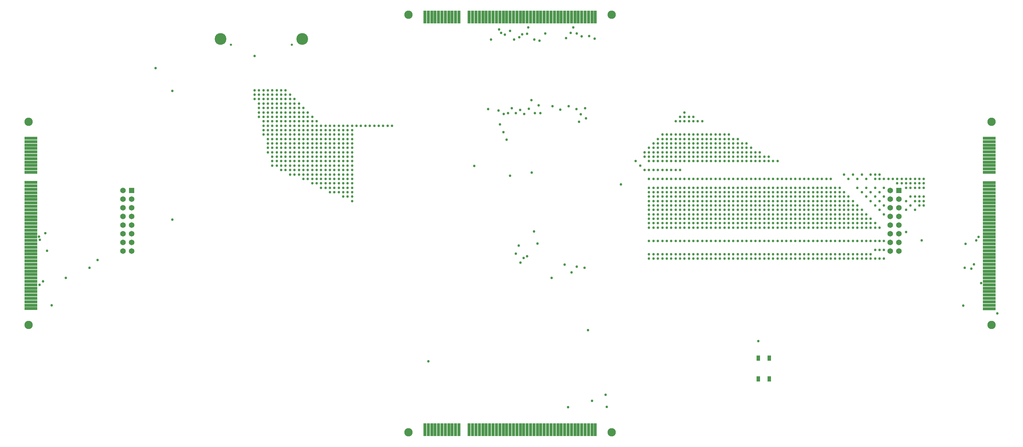
<source format=gts>
G04*
G04 #@! TF.GenerationSoftware,Altium Limited,Altium Designer,22.11.1 (43)*
G04*
G04 Layer_Color=8388736*
%FSLAX25Y25*%
%MOIN*%
G70*
G04*
G04 #@! TF.SameCoordinates,D8721490-EFAD-4B60-BC7D-2FE2E35DC6D6*
G04*
G04*
G04 #@! TF.FilePolarity,Negative*
G04*
G01*
G75*
%ADD14R,0.03937X0.05906*%
%ADD17R,0.14764X0.03347*%
%ADD18R,0.03347X0.14764*%
%ADD19C,0.09646*%
%ADD20C,0.02559*%
%ADD21C,0.13583*%
%ADD22C,0.06496*%
%ADD23R,0.06496X0.06496*%
%ADD24C,0.02953*%
D14*
X924267Y154500D02*
D03*
X911669D02*
D03*
X924267Y130500D02*
D03*
X911669D02*
D03*
D17*
X1178347Y408452D02*
D03*
Y404515D02*
D03*
Y400578D02*
D03*
Y396641D02*
D03*
Y392704D02*
D03*
Y388767D02*
D03*
Y384830D02*
D03*
Y380893D02*
D03*
Y376956D02*
D03*
Y373019D02*
D03*
Y369082D02*
D03*
Y357271D02*
D03*
Y353334D02*
D03*
Y349397D02*
D03*
Y345460D02*
D03*
Y341523D02*
D03*
Y337586D02*
D03*
Y333649D02*
D03*
Y329712D02*
D03*
Y325775D02*
D03*
Y321838D02*
D03*
Y317901D02*
D03*
Y313964D02*
D03*
Y310027D02*
D03*
Y306090D02*
D03*
Y302153D02*
D03*
Y298216D02*
D03*
Y294279D02*
D03*
Y290342D02*
D03*
Y286405D02*
D03*
Y282468D02*
D03*
Y278531D02*
D03*
Y274594D02*
D03*
Y270657D02*
D03*
Y266720D02*
D03*
Y262783D02*
D03*
Y258846D02*
D03*
Y254909D02*
D03*
Y250972D02*
D03*
Y247035D02*
D03*
Y243098D02*
D03*
Y239161D02*
D03*
Y235224D02*
D03*
Y231287D02*
D03*
Y227350D02*
D03*
Y223413D02*
D03*
Y219476D02*
D03*
Y215539D02*
D03*
Y211602D02*
D03*
X71654Y408477D02*
D03*
Y404540D02*
D03*
Y400603D02*
D03*
Y396666D02*
D03*
Y392729D02*
D03*
Y388792D02*
D03*
Y384855D02*
D03*
Y380918D02*
D03*
Y376981D02*
D03*
Y373044D02*
D03*
Y369107D02*
D03*
Y357296D02*
D03*
Y353359D02*
D03*
Y349422D02*
D03*
Y345485D02*
D03*
Y341548D02*
D03*
Y337611D02*
D03*
Y333674D02*
D03*
Y329737D02*
D03*
Y325800D02*
D03*
Y321863D02*
D03*
Y317926D02*
D03*
Y313989D02*
D03*
Y310052D02*
D03*
Y306115D02*
D03*
Y302178D02*
D03*
Y298241D02*
D03*
Y294304D02*
D03*
Y290367D02*
D03*
Y286430D02*
D03*
Y282493D02*
D03*
Y278556D02*
D03*
Y274619D02*
D03*
Y270682D02*
D03*
Y266745D02*
D03*
Y262808D02*
D03*
Y258871D02*
D03*
Y254934D02*
D03*
Y250997D02*
D03*
Y247060D02*
D03*
Y243123D02*
D03*
Y239186D02*
D03*
Y235249D02*
D03*
Y231312D02*
D03*
Y227375D02*
D03*
Y223438D02*
D03*
Y219501D02*
D03*
Y215564D02*
D03*
Y211627D02*
D03*
D18*
X526575Y71654D02*
D03*
X530512D02*
D03*
X534449D02*
D03*
X538386D02*
D03*
X542323D02*
D03*
X546260D02*
D03*
X550197D02*
D03*
X554134D02*
D03*
X558071D02*
D03*
X562008D02*
D03*
X565945D02*
D03*
X577756D02*
D03*
X581693D02*
D03*
X585630D02*
D03*
X589567D02*
D03*
X593504D02*
D03*
X597441D02*
D03*
X601378D02*
D03*
X605315D02*
D03*
X609252D02*
D03*
X613189D02*
D03*
X617126D02*
D03*
X621063D02*
D03*
X625000D02*
D03*
X628937D02*
D03*
X632874D02*
D03*
X636811D02*
D03*
X640748D02*
D03*
X644685D02*
D03*
X648622D02*
D03*
X652559D02*
D03*
X656496D02*
D03*
X660433D02*
D03*
X664370D02*
D03*
X668307D02*
D03*
X672244D02*
D03*
X676181D02*
D03*
X680118D02*
D03*
X684055D02*
D03*
X687992D02*
D03*
X691929D02*
D03*
X695866D02*
D03*
X699803D02*
D03*
X703740D02*
D03*
X707677D02*
D03*
X711614D02*
D03*
X715551D02*
D03*
X719488D02*
D03*
X723425D02*
D03*
Y548413D02*
D03*
X719488D02*
D03*
X715551D02*
D03*
X711614D02*
D03*
X707677D02*
D03*
X703740D02*
D03*
X699803D02*
D03*
X695866D02*
D03*
X691929D02*
D03*
X687992D02*
D03*
X684055D02*
D03*
X680118D02*
D03*
X676181D02*
D03*
X672244D02*
D03*
X668307D02*
D03*
X664370D02*
D03*
X660433D02*
D03*
X656496D02*
D03*
X652559D02*
D03*
X648622D02*
D03*
X644685D02*
D03*
X640748D02*
D03*
X636811D02*
D03*
X632874D02*
D03*
X628937D02*
D03*
X625000D02*
D03*
X621063D02*
D03*
X617126D02*
D03*
X613189D02*
D03*
X609252D02*
D03*
X605315D02*
D03*
X601378D02*
D03*
X597441D02*
D03*
X593504D02*
D03*
X589567D02*
D03*
X585630D02*
D03*
X581693D02*
D03*
X577756D02*
D03*
X565945D02*
D03*
X562008D02*
D03*
X558071D02*
D03*
X554134D02*
D03*
X550197D02*
D03*
X546260D02*
D03*
X542323D02*
D03*
X538386D02*
D03*
X534449D02*
D03*
X530512D02*
D03*
X526575D02*
D03*
D19*
X1181102Y427350D02*
D03*
Y192704D02*
D03*
X507677Y68898D02*
D03*
X742323D02*
D03*
X742323Y551169D02*
D03*
X507677D02*
D03*
X68898Y427375D02*
D03*
Y192729D02*
D03*
D20*
X372822Y516535D02*
D03*
X302743D02*
D03*
D21*
X384830Y523228D02*
D03*
X290736D02*
D03*
D22*
X178071Y277992D02*
D03*
X188071D02*
D03*
X178071Y287992D02*
D03*
X188071D02*
D03*
X178071Y297992D02*
D03*
X188071D02*
D03*
X178071Y307992D02*
D03*
X188071D02*
D03*
X178071Y317992D02*
D03*
X188071D02*
D03*
X178071Y327992D02*
D03*
X188071D02*
D03*
X178071Y337992D02*
D03*
X188071D02*
D03*
X178071Y347992D02*
D03*
X1063898Y277992D02*
D03*
X1073898D02*
D03*
X1063898Y287992D02*
D03*
X1073898D02*
D03*
X1063898Y297992D02*
D03*
X1073898D02*
D03*
X1063898Y307992D02*
D03*
X1073898D02*
D03*
X1063898Y317992D02*
D03*
X1073898D02*
D03*
X1063898Y327992D02*
D03*
X1073898D02*
D03*
X1063898Y337992D02*
D03*
X1073898D02*
D03*
X1063898Y347992D02*
D03*
D23*
X188071D02*
D03*
X1073898D02*
D03*
D24*
X1102769Y361483D02*
D03*
Y356364D02*
D03*
Y351246D02*
D03*
Y341010D02*
D03*
Y335892D02*
D03*
Y330774D02*
D03*
X1097651Y361483D02*
D03*
Y356364D02*
D03*
Y351246D02*
D03*
Y341010D02*
D03*
Y335892D02*
D03*
Y330774D02*
D03*
X1092533Y361483D02*
D03*
Y356364D02*
D03*
Y351246D02*
D03*
Y341010D02*
D03*
Y335892D02*
D03*
Y325656D02*
D03*
X1087414Y361483D02*
D03*
Y356364D02*
D03*
Y351246D02*
D03*
Y341010D02*
D03*
Y330774D02*
D03*
X1082296Y361483D02*
D03*
Y356364D02*
D03*
Y351246D02*
D03*
Y335892D02*
D03*
Y325656D02*
D03*
Y300065D02*
D03*
X1077178Y361483D02*
D03*
Y356364D02*
D03*
X1072060Y361483D02*
D03*
Y356364D02*
D03*
X1066942Y361483D02*
D03*
X1061824D02*
D03*
X1056706D02*
D03*
Y351246D02*
D03*
Y341010D02*
D03*
Y330774D02*
D03*
Y320538D02*
D03*
Y289829D02*
D03*
Y279593D02*
D03*
Y269357D02*
D03*
X1051588Y366601D02*
D03*
Y361483D02*
D03*
Y346128D02*
D03*
Y335892D02*
D03*
Y325656D02*
D03*
Y305183D02*
D03*
Y289829D02*
D03*
Y279593D02*
D03*
Y269357D02*
D03*
X1046470Y366601D02*
D03*
Y361483D02*
D03*
Y351246D02*
D03*
Y341010D02*
D03*
Y330774D02*
D03*
Y310301D02*
D03*
Y305183D02*
D03*
Y289829D02*
D03*
Y279593D02*
D03*
Y269357D02*
D03*
X1041352Y366601D02*
D03*
Y346128D02*
D03*
Y335892D02*
D03*
Y315420D02*
D03*
Y310301D02*
D03*
Y305183D02*
D03*
Y289829D02*
D03*
Y274475D02*
D03*
Y269357D02*
D03*
X1036233Y361483D02*
D03*
Y351246D02*
D03*
Y341010D02*
D03*
Y320538D02*
D03*
Y315420D02*
D03*
Y310301D02*
D03*
Y305183D02*
D03*
Y289829D02*
D03*
Y274475D02*
D03*
Y269357D02*
D03*
X1031115Y366601D02*
D03*
Y346128D02*
D03*
Y325656D02*
D03*
Y320538D02*
D03*
Y315420D02*
D03*
Y310301D02*
D03*
Y305183D02*
D03*
Y289829D02*
D03*
Y274475D02*
D03*
Y269357D02*
D03*
X1025997Y361483D02*
D03*
Y351246D02*
D03*
Y330774D02*
D03*
Y325656D02*
D03*
Y320538D02*
D03*
Y315420D02*
D03*
Y310301D02*
D03*
Y305183D02*
D03*
Y289829D02*
D03*
Y274475D02*
D03*
Y269357D02*
D03*
X1020879Y366601D02*
D03*
Y335892D02*
D03*
Y330774D02*
D03*
Y325656D02*
D03*
Y320538D02*
D03*
Y315420D02*
D03*
Y310301D02*
D03*
Y305183D02*
D03*
Y289829D02*
D03*
Y274475D02*
D03*
Y269357D02*
D03*
X1015761Y361483D02*
D03*
Y341010D02*
D03*
Y335892D02*
D03*
Y330774D02*
D03*
Y325656D02*
D03*
Y320538D02*
D03*
Y315420D02*
D03*
Y310301D02*
D03*
Y305183D02*
D03*
Y289829D02*
D03*
Y274475D02*
D03*
Y269357D02*
D03*
X1010643Y366601D02*
D03*
Y346128D02*
D03*
Y341010D02*
D03*
Y335892D02*
D03*
Y330774D02*
D03*
Y325656D02*
D03*
Y320538D02*
D03*
Y315420D02*
D03*
Y310301D02*
D03*
Y305183D02*
D03*
Y289829D02*
D03*
Y274475D02*
D03*
Y269357D02*
D03*
X1005525Y351246D02*
D03*
Y346128D02*
D03*
Y341010D02*
D03*
Y335892D02*
D03*
Y330774D02*
D03*
Y325656D02*
D03*
Y320538D02*
D03*
Y315420D02*
D03*
Y310301D02*
D03*
Y305183D02*
D03*
Y289829D02*
D03*
Y274475D02*
D03*
Y269357D02*
D03*
X1000407Y351246D02*
D03*
Y346128D02*
D03*
Y341010D02*
D03*
Y335892D02*
D03*
Y330774D02*
D03*
Y325656D02*
D03*
Y320538D02*
D03*
Y315420D02*
D03*
Y310301D02*
D03*
Y305183D02*
D03*
Y289829D02*
D03*
Y274475D02*
D03*
Y269357D02*
D03*
X995289Y361483D02*
D03*
Y351246D02*
D03*
Y346128D02*
D03*
Y341010D02*
D03*
Y335892D02*
D03*
Y330774D02*
D03*
Y325656D02*
D03*
Y320538D02*
D03*
Y315420D02*
D03*
Y310301D02*
D03*
Y305183D02*
D03*
Y289829D02*
D03*
Y274475D02*
D03*
Y269357D02*
D03*
X990170Y361483D02*
D03*
Y351246D02*
D03*
Y346128D02*
D03*
Y341010D02*
D03*
Y335892D02*
D03*
Y330774D02*
D03*
Y325656D02*
D03*
Y320538D02*
D03*
Y315420D02*
D03*
Y310301D02*
D03*
Y305183D02*
D03*
Y289829D02*
D03*
Y274475D02*
D03*
Y269357D02*
D03*
X985052Y361483D02*
D03*
Y351246D02*
D03*
Y346128D02*
D03*
Y341010D02*
D03*
Y335892D02*
D03*
Y330774D02*
D03*
Y325656D02*
D03*
Y320538D02*
D03*
Y315420D02*
D03*
Y310301D02*
D03*
Y305183D02*
D03*
Y289829D02*
D03*
Y274475D02*
D03*
Y269357D02*
D03*
X979934Y361483D02*
D03*
Y351246D02*
D03*
Y346128D02*
D03*
Y341010D02*
D03*
Y335892D02*
D03*
Y330774D02*
D03*
Y325656D02*
D03*
Y320538D02*
D03*
Y315420D02*
D03*
Y310301D02*
D03*
Y305183D02*
D03*
Y289829D02*
D03*
Y274475D02*
D03*
Y269357D02*
D03*
X974816Y361483D02*
D03*
Y351246D02*
D03*
Y346128D02*
D03*
Y341010D02*
D03*
Y335892D02*
D03*
Y330774D02*
D03*
Y325656D02*
D03*
Y320538D02*
D03*
Y315420D02*
D03*
Y310301D02*
D03*
Y305183D02*
D03*
Y289829D02*
D03*
Y274475D02*
D03*
Y269357D02*
D03*
X969698Y361483D02*
D03*
Y351246D02*
D03*
Y346128D02*
D03*
Y341010D02*
D03*
Y335892D02*
D03*
Y330774D02*
D03*
Y325656D02*
D03*
Y320538D02*
D03*
Y315420D02*
D03*
Y310301D02*
D03*
Y305183D02*
D03*
Y289829D02*
D03*
Y274475D02*
D03*
Y269357D02*
D03*
X964580Y361483D02*
D03*
Y351246D02*
D03*
Y346128D02*
D03*
Y341010D02*
D03*
Y335892D02*
D03*
Y330774D02*
D03*
Y325656D02*
D03*
Y320538D02*
D03*
Y315420D02*
D03*
Y310301D02*
D03*
Y305183D02*
D03*
Y289829D02*
D03*
Y274475D02*
D03*
Y269357D02*
D03*
X959462Y361483D02*
D03*
Y351246D02*
D03*
Y346128D02*
D03*
Y341010D02*
D03*
Y335892D02*
D03*
Y330774D02*
D03*
Y325656D02*
D03*
Y320538D02*
D03*
Y315420D02*
D03*
Y310301D02*
D03*
Y305183D02*
D03*
Y289829D02*
D03*
Y274475D02*
D03*
Y269357D02*
D03*
X954344Y361483D02*
D03*
Y351246D02*
D03*
Y346128D02*
D03*
Y341010D02*
D03*
Y335892D02*
D03*
Y330774D02*
D03*
Y325656D02*
D03*
Y320538D02*
D03*
Y315420D02*
D03*
Y310301D02*
D03*
Y305183D02*
D03*
Y289829D02*
D03*
Y274475D02*
D03*
Y269357D02*
D03*
X949226Y361483D02*
D03*
Y351246D02*
D03*
Y346128D02*
D03*
Y341010D02*
D03*
Y335892D02*
D03*
Y330774D02*
D03*
Y325656D02*
D03*
Y320538D02*
D03*
Y315420D02*
D03*
Y310301D02*
D03*
Y305183D02*
D03*
Y289829D02*
D03*
Y274475D02*
D03*
Y269357D02*
D03*
X944108Y361483D02*
D03*
Y351246D02*
D03*
Y346128D02*
D03*
Y341010D02*
D03*
Y335892D02*
D03*
Y330774D02*
D03*
Y325656D02*
D03*
Y320538D02*
D03*
Y315420D02*
D03*
Y310301D02*
D03*
Y305183D02*
D03*
Y289829D02*
D03*
Y274475D02*
D03*
Y269357D02*
D03*
X938989Y361483D02*
D03*
Y351246D02*
D03*
Y346128D02*
D03*
Y341010D02*
D03*
Y335892D02*
D03*
Y330774D02*
D03*
Y325656D02*
D03*
Y320538D02*
D03*
Y315420D02*
D03*
Y310301D02*
D03*
Y305183D02*
D03*
Y289829D02*
D03*
Y274475D02*
D03*
Y269357D02*
D03*
X933871Y381955D02*
D03*
Y361483D02*
D03*
Y351246D02*
D03*
Y346128D02*
D03*
Y341010D02*
D03*
Y335892D02*
D03*
Y330774D02*
D03*
Y325656D02*
D03*
Y320538D02*
D03*
Y315420D02*
D03*
Y310301D02*
D03*
Y305183D02*
D03*
Y289829D02*
D03*
Y274475D02*
D03*
Y269357D02*
D03*
X928753Y381955D02*
D03*
Y361483D02*
D03*
Y351246D02*
D03*
Y346128D02*
D03*
Y341010D02*
D03*
Y335892D02*
D03*
Y330774D02*
D03*
Y325656D02*
D03*
Y320538D02*
D03*
Y315420D02*
D03*
Y310301D02*
D03*
Y305183D02*
D03*
Y289829D02*
D03*
Y274475D02*
D03*
Y269357D02*
D03*
X923635Y387073D02*
D03*
Y381955D02*
D03*
Y361483D02*
D03*
Y351246D02*
D03*
Y346128D02*
D03*
Y341010D02*
D03*
Y335892D02*
D03*
Y330774D02*
D03*
Y325656D02*
D03*
Y320538D02*
D03*
Y315420D02*
D03*
Y310301D02*
D03*
Y305183D02*
D03*
Y289829D02*
D03*
Y274475D02*
D03*
Y269357D02*
D03*
X918517Y387073D02*
D03*
Y381955D02*
D03*
Y361483D02*
D03*
Y351246D02*
D03*
Y346128D02*
D03*
Y341010D02*
D03*
Y335892D02*
D03*
Y330774D02*
D03*
Y325656D02*
D03*
Y320538D02*
D03*
Y315420D02*
D03*
Y310301D02*
D03*
Y305183D02*
D03*
Y289829D02*
D03*
Y274475D02*
D03*
Y269357D02*
D03*
X913399Y392191D02*
D03*
Y387073D02*
D03*
Y381955D02*
D03*
Y361483D02*
D03*
Y351246D02*
D03*
Y346128D02*
D03*
Y341010D02*
D03*
Y335892D02*
D03*
Y330774D02*
D03*
Y325656D02*
D03*
Y320538D02*
D03*
Y315420D02*
D03*
Y310301D02*
D03*
Y305183D02*
D03*
Y289829D02*
D03*
Y274475D02*
D03*
Y269357D02*
D03*
X908281Y392191D02*
D03*
Y387073D02*
D03*
Y381955D02*
D03*
Y361483D02*
D03*
Y351246D02*
D03*
Y346128D02*
D03*
Y341010D02*
D03*
Y335892D02*
D03*
Y330774D02*
D03*
Y325656D02*
D03*
Y320538D02*
D03*
Y315420D02*
D03*
Y310301D02*
D03*
Y305183D02*
D03*
Y289829D02*
D03*
Y274475D02*
D03*
Y269357D02*
D03*
X903163Y397309D02*
D03*
Y392191D02*
D03*
Y387073D02*
D03*
Y381955D02*
D03*
Y361483D02*
D03*
Y351246D02*
D03*
Y346128D02*
D03*
Y341010D02*
D03*
Y335892D02*
D03*
Y330774D02*
D03*
Y325656D02*
D03*
Y320538D02*
D03*
Y315420D02*
D03*
Y310301D02*
D03*
Y305183D02*
D03*
Y289829D02*
D03*
Y274475D02*
D03*
Y269357D02*
D03*
X898044Y402427D02*
D03*
Y397309D02*
D03*
Y392191D02*
D03*
Y387073D02*
D03*
Y381955D02*
D03*
Y361483D02*
D03*
Y351246D02*
D03*
Y346128D02*
D03*
Y341010D02*
D03*
Y335892D02*
D03*
Y330774D02*
D03*
Y325656D02*
D03*
Y320538D02*
D03*
Y315420D02*
D03*
Y310301D02*
D03*
Y305183D02*
D03*
Y289829D02*
D03*
Y274475D02*
D03*
Y269357D02*
D03*
X892926Y402427D02*
D03*
Y397309D02*
D03*
Y392191D02*
D03*
Y387073D02*
D03*
Y381955D02*
D03*
Y361483D02*
D03*
Y351246D02*
D03*
Y346128D02*
D03*
Y341010D02*
D03*
Y335892D02*
D03*
Y330774D02*
D03*
Y325656D02*
D03*
Y320538D02*
D03*
Y315420D02*
D03*
Y310301D02*
D03*
Y305183D02*
D03*
Y289829D02*
D03*
Y274475D02*
D03*
Y269357D02*
D03*
X887808Y407546D02*
D03*
Y402427D02*
D03*
Y397309D02*
D03*
Y392191D02*
D03*
Y387073D02*
D03*
Y381955D02*
D03*
Y361483D02*
D03*
Y351246D02*
D03*
Y346128D02*
D03*
Y341010D02*
D03*
Y335892D02*
D03*
Y330774D02*
D03*
Y325656D02*
D03*
Y320538D02*
D03*
Y315420D02*
D03*
Y310301D02*
D03*
Y305183D02*
D03*
Y289829D02*
D03*
Y274475D02*
D03*
Y269357D02*
D03*
X882690Y407546D02*
D03*
Y402427D02*
D03*
Y397309D02*
D03*
Y392191D02*
D03*
Y387073D02*
D03*
Y381955D02*
D03*
Y361483D02*
D03*
Y351246D02*
D03*
Y346128D02*
D03*
Y341010D02*
D03*
Y335892D02*
D03*
Y330774D02*
D03*
Y325656D02*
D03*
Y320538D02*
D03*
Y315420D02*
D03*
Y310301D02*
D03*
Y305183D02*
D03*
Y289829D02*
D03*
Y274475D02*
D03*
Y269357D02*
D03*
X877572Y412664D02*
D03*
Y407546D02*
D03*
Y402427D02*
D03*
Y397309D02*
D03*
Y392191D02*
D03*
Y387073D02*
D03*
Y381955D02*
D03*
Y361483D02*
D03*
Y351246D02*
D03*
Y346128D02*
D03*
Y341010D02*
D03*
Y335892D02*
D03*
Y330774D02*
D03*
Y325656D02*
D03*
Y320538D02*
D03*
Y315420D02*
D03*
Y310301D02*
D03*
Y305183D02*
D03*
Y289829D02*
D03*
Y274475D02*
D03*
Y269357D02*
D03*
X872454Y412664D02*
D03*
Y407546D02*
D03*
Y402427D02*
D03*
Y397309D02*
D03*
Y392191D02*
D03*
Y387073D02*
D03*
Y381955D02*
D03*
Y361483D02*
D03*
Y351246D02*
D03*
Y346128D02*
D03*
Y341010D02*
D03*
Y335892D02*
D03*
Y330774D02*
D03*
Y325656D02*
D03*
Y320538D02*
D03*
Y315420D02*
D03*
Y310301D02*
D03*
Y305183D02*
D03*
Y289829D02*
D03*
Y274475D02*
D03*
Y269357D02*
D03*
X867336Y412664D02*
D03*
Y407546D02*
D03*
Y402427D02*
D03*
Y397309D02*
D03*
Y392191D02*
D03*
Y387073D02*
D03*
Y381955D02*
D03*
Y361483D02*
D03*
Y351246D02*
D03*
Y346128D02*
D03*
Y341010D02*
D03*
Y335892D02*
D03*
Y330774D02*
D03*
Y325656D02*
D03*
Y320538D02*
D03*
Y315420D02*
D03*
Y310301D02*
D03*
Y305183D02*
D03*
Y289829D02*
D03*
Y274475D02*
D03*
Y269357D02*
D03*
X862218Y412664D02*
D03*
Y407546D02*
D03*
Y402427D02*
D03*
Y397309D02*
D03*
Y392191D02*
D03*
Y387073D02*
D03*
Y381955D02*
D03*
Y361483D02*
D03*
Y351246D02*
D03*
Y346128D02*
D03*
Y341010D02*
D03*
Y335892D02*
D03*
Y330774D02*
D03*
Y325656D02*
D03*
Y320538D02*
D03*
Y315420D02*
D03*
Y310301D02*
D03*
Y305183D02*
D03*
Y289829D02*
D03*
Y274475D02*
D03*
Y269357D02*
D03*
X857100Y412664D02*
D03*
Y407546D02*
D03*
Y402427D02*
D03*
Y397309D02*
D03*
Y392191D02*
D03*
Y387073D02*
D03*
Y381955D02*
D03*
Y361483D02*
D03*
Y351246D02*
D03*
Y346128D02*
D03*
Y341010D02*
D03*
Y335892D02*
D03*
Y330774D02*
D03*
Y325656D02*
D03*
Y320538D02*
D03*
Y315420D02*
D03*
Y310301D02*
D03*
Y305183D02*
D03*
Y289829D02*
D03*
Y274475D02*
D03*
Y269357D02*
D03*
X851982Y412664D02*
D03*
Y407546D02*
D03*
Y402427D02*
D03*
Y397309D02*
D03*
Y392191D02*
D03*
Y387073D02*
D03*
Y381955D02*
D03*
Y361483D02*
D03*
Y351246D02*
D03*
Y346128D02*
D03*
Y341010D02*
D03*
Y335892D02*
D03*
Y330774D02*
D03*
Y325656D02*
D03*
Y320538D02*
D03*
Y315420D02*
D03*
Y310301D02*
D03*
Y305183D02*
D03*
Y289829D02*
D03*
Y274475D02*
D03*
Y269357D02*
D03*
X846863Y428018D02*
D03*
Y412664D02*
D03*
Y407546D02*
D03*
Y402427D02*
D03*
Y397309D02*
D03*
Y392191D02*
D03*
Y387073D02*
D03*
Y381955D02*
D03*
Y361483D02*
D03*
Y351246D02*
D03*
Y346128D02*
D03*
Y341010D02*
D03*
Y335892D02*
D03*
Y330774D02*
D03*
Y325656D02*
D03*
Y320538D02*
D03*
Y315420D02*
D03*
Y310301D02*
D03*
Y305183D02*
D03*
Y289829D02*
D03*
Y274475D02*
D03*
Y269357D02*
D03*
X841745Y428018D02*
D03*
Y412664D02*
D03*
Y407546D02*
D03*
Y402427D02*
D03*
Y397309D02*
D03*
Y392191D02*
D03*
Y387073D02*
D03*
Y381955D02*
D03*
Y361483D02*
D03*
Y351246D02*
D03*
Y346128D02*
D03*
Y341010D02*
D03*
Y335892D02*
D03*
Y330774D02*
D03*
Y325656D02*
D03*
Y320538D02*
D03*
Y315420D02*
D03*
Y310301D02*
D03*
Y305183D02*
D03*
Y289829D02*
D03*
Y274475D02*
D03*
Y269357D02*
D03*
X836627Y433136D02*
D03*
Y428018D02*
D03*
Y412664D02*
D03*
Y407546D02*
D03*
Y402427D02*
D03*
Y397309D02*
D03*
Y392191D02*
D03*
Y387073D02*
D03*
Y381955D02*
D03*
Y361483D02*
D03*
Y351246D02*
D03*
Y346128D02*
D03*
Y341010D02*
D03*
Y335892D02*
D03*
Y330774D02*
D03*
Y325656D02*
D03*
Y320538D02*
D03*
Y315420D02*
D03*
Y310301D02*
D03*
Y305183D02*
D03*
Y289829D02*
D03*
Y274475D02*
D03*
Y269357D02*
D03*
X831509Y433136D02*
D03*
Y428018D02*
D03*
Y412664D02*
D03*
Y407546D02*
D03*
Y402427D02*
D03*
Y397309D02*
D03*
Y392191D02*
D03*
Y387073D02*
D03*
Y381955D02*
D03*
Y361483D02*
D03*
Y351246D02*
D03*
Y346128D02*
D03*
Y341010D02*
D03*
Y335892D02*
D03*
Y330774D02*
D03*
Y325656D02*
D03*
Y320538D02*
D03*
Y315420D02*
D03*
Y310301D02*
D03*
Y305183D02*
D03*
Y289829D02*
D03*
Y274475D02*
D03*
Y269357D02*
D03*
X826391Y438254D02*
D03*
Y433136D02*
D03*
Y428018D02*
D03*
Y412664D02*
D03*
Y407546D02*
D03*
Y402427D02*
D03*
Y397309D02*
D03*
Y392191D02*
D03*
Y387073D02*
D03*
Y381955D02*
D03*
Y361483D02*
D03*
Y351246D02*
D03*
Y346128D02*
D03*
Y341010D02*
D03*
Y335892D02*
D03*
Y330774D02*
D03*
Y325656D02*
D03*
Y320538D02*
D03*
Y315420D02*
D03*
Y310301D02*
D03*
Y305183D02*
D03*
Y289829D02*
D03*
Y274475D02*
D03*
Y269357D02*
D03*
X821273Y433136D02*
D03*
Y428018D02*
D03*
Y412664D02*
D03*
Y407546D02*
D03*
Y402427D02*
D03*
Y397309D02*
D03*
Y392191D02*
D03*
Y387073D02*
D03*
Y381955D02*
D03*
Y371719D02*
D03*
Y361483D02*
D03*
Y351246D02*
D03*
Y346128D02*
D03*
Y341010D02*
D03*
Y335892D02*
D03*
Y330774D02*
D03*
Y325656D02*
D03*
Y320538D02*
D03*
Y315420D02*
D03*
Y310301D02*
D03*
Y305183D02*
D03*
Y289829D02*
D03*
Y274475D02*
D03*
Y269357D02*
D03*
X816155Y428018D02*
D03*
Y412664D02*
D03*
Y407546D02*
D03*
Y402427D02*
D03*
Y397309D02*
D03*
Y392191D02*
D03*
Y387073D02*
D03*
Y381955D02*
D03*
Y371719D02*
D03*
Y361483D02*
D03*
Y351246D02*
D03*
Y346128D02*
D03*
Y341010D02*
D03*
Y335892D02*
D03*
Y330774D02*
D03*
Y325656D02*
D03*
Y320538D02*
D03*
Y315420D02*
D03*
Y310301D02*
D03*
Y305183D02*
D03*
Y289829D02*
D03*
Y274475D02*
D03*
Y269357D02*
D03*
X811037Y412664D02*
D03*
Y407546D02*
D03*
Y402427D02*
D03*
Y397309D02*
D03*
Y392191D02*
D03*
Y387073D02*
D03*
Y381955D02*
D03*
Y371719D02*
D03*
Y361483D02*
D03*
Y351246D02*
D03*
Y346128D02*
D03*
Y341010D02*
D03*
Y335892D02*
D03*
Y330774D02*
D03*
Y325656D02*
D03*
Y320538D02*
D03*
Y315420D02*
D03*
Y310301D02*
D03*
Y305183D02*
D03*
Y289829D02*
D03*
Y274475D02*
D03*
Y269357D02*
D03*
X805919Y412664D02*
D03*
Y407546D02*
D03*
Y402427D02*
D03*
Y397309D02*
D03*
Y392191D02*
D03*
Y387073D02*
D03*
Y381955D02*
D03*
Y371719D02*
D03*
Y361483D02*
D03*
Y351246D02*
D03*
Y346128D02*
D03*
Y341010D02*
D03*
Y335892D02*
D03*
Y330774D02*
D03*
Y325656D02*
D03*
Y320538D02*
D03*
Y315420D02*
D03*
Y310301D02*
D03*
Y305183D02*
D03*
Y289829D02*
D03*
Y274475D02*
D03*
Y269357D02*
D03*
X800800Y412664D02*
D03*
Y407546D02*
D03*
Y402427D02*
D03*
Y397309D02*
D03*
Y392191D02*
D03*
Y387073D02*
D03*
Y381955D02*
D03*
Y371719D02*
D03*
Y361483D02*
D03*
Y351246D02*
D03*
Y346128D02*
D03*
Y341010D02*
D03*
Y335892D02*
D03*
Y330774D02*
D03*
Y325656D02*
D03*
Y320538D02*
D03*
Y315420D02*
D03*
Y310301D02*
D03*
Y305183D02*
D03*
Y289829D02*
D03*
Y274475D02*
D03*
Y269357D02*
D03*
X795682Y407546D02*
D03*
Y402427D02*
D03*
Y397309D02*
D03*
Y392191D02*
D03*
Y387073D02*
D03*
Y381955D02*
D03*
Y371719D02*
D03*
Y361483D02*
D03*
Y351246D02*
D03*
Y346128D02*
D03*
Y341010D02*
D03*
Y335892D02*
D03*
Y330774D02*
D03*
Y325656D02*
D03*
Y320538D02*
D03*
Y315420D02*
D03*
Y310301D02*
D03*
Y305183D02*
D03*
Y289829D02*
D03*
Y274475D02*
D03*
Y269357D02*
D03*
X790564Y402427D02*
D03*
Y397309D02*
D03*
Y392191D02*
D03*
Y387073D02*
D03*
Y381955D02*
D03*
Y371719D02*
D03*
Y361483D02*
D03*
Y351246D02*
D03*
Y346128D02*
D03*
Y341010D02*
D03*
Y335892D02*
D03*
Y330774D02*
D03*
Y325656D02*
D03*
Y320538D02*
D03*
Y315420D02*
D03*
Y310301D02*
D03*
Y305183D02*
D03*
Y289829D02*
D03*
Y274475D02*
D03*
Y269357D02*
D03*
X785446Y397309D02*
D03*
Y392191D02*
D03*
Y387073D02*
D03*
Y381955D02*
D03*
Y371719D02*
D03*
Y361483D02*
D03*
Y351246D02*
D03*
Y346128D02*
D03*
Y341010D02*
D03*
Y335892D02*
D03*
Y330774D02*
D03*
Y325656D02*
D03*
Y320538D02*
D03*
Y315420D02*
D03*
Y310301D02*
D03*
Y305183D02*
D03*
Y289829D02*
D03*
Y274475D02*
D03*
Y269357D02*
D03*
X780328Y392191D02*
D03*
Y387073D02*
D03*
Y371719D02*
D03*
X775210Y376837D02*
D03*
X770092Y381955D02*
D03*
X691929Y97898D02*
D03*
X736500Y98000D02*
D03*
X735172Y112172D02*
D03*
X719488Y104950D02*
D03*
X644500Y272000D02*
D03*
X80832Y294708D02*
D03*
X660000Y437500D02*
D03*
X658000Y446500D02*
D03*
X659000Y521000D02*
D03*
X665500Y529500D02*
D03*
X704641Y427362D02*
D03*
X583500Y376500D02*
D03*
X625000Y365108D02*
D03*
X649895Y368835D02*
D03*
X753000Y355000D02*
D03*
X599466Y441951D02*
D03*
X603000Y522500D02*
D03*
X611500Y440500D02*
D03*
X612285Y534240D02*
D03*
X614766Y530000D02*
D03*
X488596Y422900D02*
D03*
X483478D02*
D03*
X478360D02*
D03*
X473241D02*
D03*
X468123D02*
D03*
X463005D02*
D03*
X457887D02*
D03*
X452769D02*
D03*
X447651D02*
D03*
X442533D02*
D03*
Y417782D02*
D03*
Y412664D02*
D03*
Y407546D02*
D03*
Y402427D02*
D03*
Y397309D02*
D03*
Y392191D02*
D03*
Y387073D02*
D03*
Y381955D02*
D03*
Y376837D02*
D03*
Y371719D02*
D03*
Y366601D02*
D03*
Y361483D02*
D03*
Y356364D02*
D03*
Y351246D02*
D03*
Y346128D02*
D03*
Y341010D02*
D03*
Y335892D02*
D03*
X437415Y422900D02*
D03*
Y417782D02*
D03*
Y412664D02*
D03*
Y407546D02*
D03*
Y402427D02*
D03*
Y397309D02*
D03*
Y392191D02*
D03*
Y387073D02*
D03*
Y381955D02*
D03*
Y376837D02*
D03*
Y371719D02*
D03*
Y366601D02*
D03*
Y361483D02*
D03*
Y356364D02*
D03*
Y351246D02*
D03*
Y346128D02*
D03*
Y341010D02*
D03*
X432297Y422900D02*
D03*
Y417782D02*
D03*
Y412664D02*
D03*
Y407546D02*
D03*
Y402427D02*
D03*
Y397309D02*
D03*
Y392191D02*
D03*
Y387073D02*
D03*
Y381955D02*
D03*
Y376837D02*
D03*
Y371719D02*
D03*
Y366601D02*
D03*
Y361483D02*
D03*
Y356364D02*
D03*
Y351246D02*
D03*
Y346128D02*
D03*
Y341010D02*
D03*
X427178Y422900D02*
D03*
Y417782D02*
D03*
Y412664D02*
D03*
Y407546D02*
D03*
Y402427D02*
D03*
Y397309D02*
D03*
Y392191D02*
D03*
Y387073D02*
D03*
Y381955D02*
D03*
Y376837D02*
D03*
Y371719D02*
D03*
Y366601D02*
D03*
Y361483D02*
D03*
Y356364D02*
D03*
Y351246D02*
D03*
Y346128D02*
D03*
X422060Y422900D02*
D03*
Y417782D02*
D03*
Y412664D02*
D03*
Y407546D02*
D03*
Y402427D02*
D03*
Y397309D02*
D03*
Y392191D02*
D03*
Y387073D02*
D03*
Y381955D02*
D03*
Y376837D02*
D03*
Y371719D02*
D03*
Y366601D02*
D03*
Y361483D02*
D03*
Y356364D02*
D03*
Y351246D02*
D03*
Y346128D02*
D03*
X416942Y422900D02*
D03*
Y417782D02*
D03*
Y412664D02*
D03*
Y407546D02*
D03*
Y402427D02*
D03*
Y397309D02*
D03*
Y392191D02*
D03*
Y387073D02*
D03*
Y381955D02*
D03*
Y376837D02*
D03*
Y371719D02*
D03*
Y366601D02*
D03*
Y361483D02*
D03*
Y356364D02*
D03*
Y351246D02*
D03*
Y346128D02*
D03*
X411824Y422900D02*
D03*
Y417782D02*
D03*
Y412664D02*
D03*
Y407546D02*
D03*
Y402427D02*
D03*
Y397309D02*
D03*
Y392191D02*
D03*
Y387073D02*
D03*
Y381955D02*
D03*
Y376837D02*
D03*
Y371719D02*
D03*
Y366601D02*
D03*
Y361483D02*
D03*
Y356364D02*
D03*
Y351246D02*
D03*
X406706Y422900D02*
D03*
Y417782D02*
D03*
Y412664D02*
D03*
Y407546D02*
D03*
Y402427D02*
D03*
Y397309D02*
D03*
Y392191D02*
D03*
Y387073D02*
D03*
Y381955D02*
D03*
Y376837D02*
D03*
Y371719D02*
D03*
Y366601D02*
D03*
Y361483D02*
D03*
Y356364D02*
D03*
Y351246D02*
D03*
X401588Y428018D02*
D03*
Y422900D02*
D03*
Y417782D02*
D03*
Y412664D02*
D03*
Y407546D02*
D03*
Y402427D02*
D03*
Y397309D02*
D03*
Y392191D02*
D03*
Y387073D02*
D03*
Y381955D02*
D03*
Y376837D02*
D03*
Y371719D02*
D03*
Y366601D02*
D03*
Y361483D02*
D03*
Y356364D02*
D03*
X396470Y433136D02*
D03*
Y428018D02*
D03*
Y422900D02*
D03*
Y417782D02*
D03*
Y412664D02*
D03*
Y407546D02*
D03*
Y402427D02*
D03*
Y397309D02*
D03*
Y392191D02*
D03*
Y387073D02*
D03*
Y381955D02*
D03*
Y376837D02*
D03*
Y371719D02*
D03*
Y366601D02*
D03*
Y361483D02*
D03*
Y356364D02*
D03*
X391352Y438254D02*
D03*
Y433136D02*
D03*
Y428018D02*
D03*
Y422900D02*
D03*
Y417782D02*
D03*
Y412664D02*
D03*
Y407546D02*
D03*
Y402427D02*
D03*
Y397309D02*
D03*
Y392191D02*
D03*
Y387073D02*
D03*
Y381955D02*
D03*
Y376837D02*
D03*
Y371719D02*
D03*
Y366601D02*
D03*
Y361483D02*
D03*
X386233Y443372D02*
D03*
Y438254D02*
D03*
Y433136D02*
D03*
Y428018D02*
D03*
Y422900D02*
D03*
Y417782D02*
D03*
Y412664D02*
D03*
Y407546D02*
D03*
Y402427D02*
D03*
Y397309D02*
D03*
Y392191D02*
D03*
Y387073D02*
D03*
Y381955D02*
D03*
Y376837D02*
D03*
Y371719D02*
D03*
Y366601D02*
D03*
Y361483D02*
D03*
X381115Y448490D02*
D03*
Y443372D02*
D03*
Y438254D02*
D03*
Y433136D02*
D03*
Y428018D02*
D03*
Y422900D02*
D03*
Y417782D02*
D03*
Y412664D02*
D03*
Y407546D02*
D03*
Y402427D02*
D03*
Y397309D02*
D03*
Y392191D02*
D03*
Y387073D02*
D03*
Y381955D02*
D03*
Y376837D02*
D03*
Y371719D02*
D03*
Y366601D02*
D03*
X375997Y453609D02*
D03*
Y448490D02*
D03*
Y443372D02*
D03*
Y438254D02*
D03*
Y433136D02*
D03*
Y428018D02*
D03*
Y422900D02*
D03*
Y417782D02*
D03*
Y412664D02*
D03*
Y407546D02*
D03*
Y402427D02*
D03*
Y397309D02*
D03*
Y392191D02*
D03*
Y387073D02*
D03*
Y381955D02*
D03*
Y376837D02*
D03*
Y371719D02*
D03*
Y366601D02*
D03*
X370879Y458727D02*
D03*
Y453609D02*
D03*
Y448490D02*
D03*
Y443372D02*
D03*
Y438254D02*
D03*
Y433136D02*
D03*
Y428018D02*
D03*
Y422900D02*
D03*
Y417782D02*
D03*
Y412664D02*
D03*
Y407546D02*
D03*
Y402427D02*
D03*
Y397309D02*
D03*
Y392191D02*
D03*
Y387073D02*
D03*
Y381955D02*
D03*
Y376837D02*
D03*
Y371719D02*
D03*
Y366601D02*
D03*
X365761Y463845D02*
D03*
Y458727D02*
D03*
Y453609D02*
D03*
Y448490D02*
D03*
Y443372D02*
D03*
Y438254D02*
D03*
Y433136D02*
D03*
Y428018D02*
D03*
Y422900D02*
D03*
Y417782D02*
D03*
Y412664D02*
D03*
Y407546D02*
D03*
Y402427D02*
D03*
Y397309D02*
D03*
Y392191D02*
D03*
Y387073D02*
D03*
Y381955D02*
D03*
Y376837D02*
D03*
Y371719D02*
D03*
X360643Y463845D02*
D03*
Y458727D02*
D03*
Y453609D02*
D03*
Y448490D02*
D03*
Y443372D02*
D03*
Y438254D02*
D03*
Y433136D02*
D03*
Y428018D02*
D03*
Y422900D02*
D03*
Y417782D02*
D03*
Y412664D02*
D03*
Y407546D02*
D03*
Y402427D02*
D03*
Y397309D02*
D03*
Y392191D02*
D03*
Y387073D02*
D03*
Y381955D02*
D03*
Y376837D02*
D03*
Y371719D02*
D03*
X355525Y463845D02*
D03*
Y458727D02*
D03*
Y453609D02*
D03*
Y448490D02*
D03*
Y443372D02*
D03*
Y438254D02*
D03*
Y433136D02*
D03*
Y428018D02*
D03*
Y422900D02*
D03*
Y417782D02*
D03*
Y412664D02*
D03*
Y407546D02*
D03*
Y402427D02*
D03*
Y397309D02*
D03*
Y392191D02*
D03*
Y387073D02*
D03*
Y381955D02*
D03*
Y376837D02*
D03*
X350407Y463845D02*
D03*
Y458727D02*
D03*
Y453609D02*
D03*
Y448490D02*
D03*
Y443372D02*
D03*
Y438254D02*
D03*
Y433136D02*
D03*
Y428018D02*
D03*
Y422900D02*
D03*
Y417782D02*
D03*
Y412664D02*
D03*
Y407546D02*
D03*
Y402427D02*
D03*
Y397309D02*
D03*
Y392191D02*
D03*
Y387073D02*
D03*
Y381955D02*
D03*
Y376837D02*
D03*
X345289Y463845D02*
D03*
Y458727D02*
D03*
Y453609D02*
D03*
Y448490D02*
D03*
Y443372D02*
D03*
Y438254D02*
D03*
Y433136D02*
D03*
Y428018D02*
D03*
Y422900D02*
D03*
Y417782D02*
D03*
Y412664D02*
D03*
Y407546D02*
D03*
Y402427D02*
D03*
Y397309D02*
D03*
Y392191D02*
D03*
X340171Y463845D02*
D03*
Y458727D02*
D03*
Y453609D02*
D03*
Y448490D02*
D03*
Y443372D02*
D03*
Y438254D02*
D03*
Y433136D02*
D03*
Y428018D02*
D03*
Y422900D02*
D03*
Y417782D02*
D03*
Y412664D02*
D03*
X335052Y463845D02*
D03*
Y458727D02*
D03*
Y453609D02*
D03*
Y448490D02*
D03*
Y443372D02*
D03*
Y438254D02*
D03*
Y433136D02*
D03*
X329934Y463845D02*
D03*
Y458727D02*
D03*
Y453609D02*
D03*
X722500Y523500D02*
D03*
X711500Y443000D02*
D03*
X712500Y431500D02*
D03*
X716266Y526446D02*
D03*
X706500Y436000D02*
D03*
X707500Y526000D02*
D03*
X701500Y442000D02*
D03*
X692500Y445500D02*
D03*
X683000Y441500D02*
D03*
X674000Y445500D02*
D03*
X687992Y262481D02*
D03*
X702000Y260000D02*
D03*
X636811Y264717D02*
D03*
X702000Y529500D02*
D03*
X698000Y536500D02*
D03*
X695000Y530000D02*
D03*
X689500Y524000D02*
D03*
X635000Y284500D02*
D03*
X653500Y437500D02*
D03*
X653000Y522500D02*
D03*
X646000Y536500D02*
D03*
X649500Y452500D02*
D03*
X646500Y442500D02*
D03*
X644500Y529000D02*
D03*
X640748Y270108D02*
D03*
X641235Y436365D02*
D03*
X639000Y528500D02*
D03*
X636500Y441000D02*
D03*
X635500Y525000D02*
D03*
X631500Y437500D02*
D03*
X629500Y522500D02*
D03*
X627000Y443000D02*
D03*
X624803Y532468D02*
D03*
X619000Y528000D02*
D03*
X617500Y436500D02*
D03*
X622500Y437500D02*
D03*
X617126Y415508D02*
D03*
X613189Y424408D02*
D03*
X235000Y314500D02*
D03*
Y463000D02*
D03*
X329860Y503500D02*
D03*
X1149920Y258608D02*
D03*
X1160592Y262889D02*
D03*
X112020Y247060D02*
D03*
X673000D02*
D03*
X1157720Y257808D02*
D03*
X1169020Y241208D02*
D03*
X695866Y253308D02*
D03*
X1100254Y290342D02*
D03*
X1163320D02*
D03*
X1187620Y206008D02*
D03*
X85720Y243123D02*
D03*
X656496Y286668D02*
D03*
X148720Y267908D02*
D03*
X711077Y258608D02*
D03*
X139320Y258908D02*
D03*
X215720Y489408D02*
D03*
X530512Y150616D02*
D03*
X88320Y298708D02*
D03*
X81820Y291108D02*
D03*
X90268Y278556D02*
D03*
X1151020Y286405D02*
D03*
X631520Y275108D02*
D03*
X652559Y300808D02*
D03*
X81620Y239186D02*
D03*
X621063Y406608D02*
D03*
X714820Y186608D02*
D03*
X95620Y215508D02*
D03*
X911669Y174208D02*
D03*
X1148220Y215208D02*
D03*
X1165820Y294279D02*
D03*
M02*

</source>
